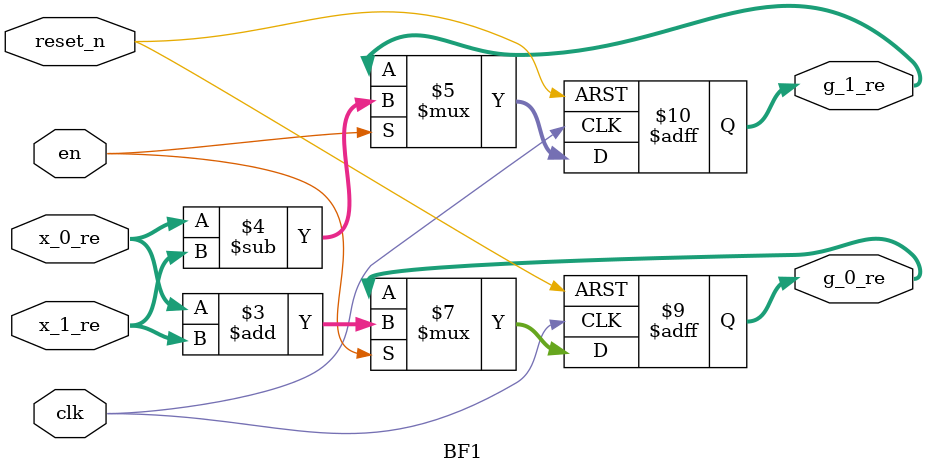
<source format=v>
/*	written by		:	Mohamed S. Helal 
	date created	: 	Mar, 4th, 2025
	description		:	Butterfly block stage I: computes first stage result(x0,x4..x1,x5...etc)
	version			:	0.0
*/
module BF1 (
input	wire				clk,reset_n,en,
input	wire	[15:0]		x_0_re,			// input sequence x[n] is always real valued
							x_1_re,			// input sequence x[n] is always real valued
//
output	reg		[15:0]		g_0_re,			// no need for img parts as it's always zero
							g_1_re          // no need for img parts as it's always zero
);

always@(posedge clk,negedge reset_n)
begin
	if(!reset_n)
	begin
		g_0_re <= 16'b0;
		g_1_re <= 16'b0;
	end
	
	else if(en)
	begin
		g_0_re <= x_0_re + x_1_re;
		g_1_re <= x_0_re - x_1_re;
	end
end

endmodule
</source>
